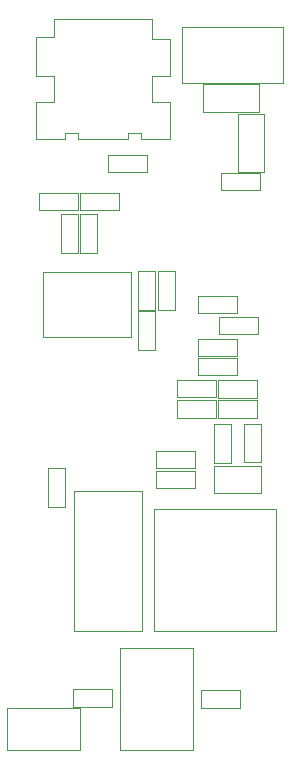
<source format=gbr>
G04 #@! TF.GenerationSoftware,KiCad,Pcbnew,(5.1.4)-1*
G04 #@! TF.CreationDate,2020-03-25T13:11:37-05:00*
G04 #@! TF.ProjectId,ExOneMicrorocessor,45784f6e-654d-4696-9372-6f726f636573,rev?*
G04 #@! TF.SameCoordinates,Original*
G04 #@! TF.FileFunction,Other,User*
%FSLAX46Y46*%
G04 Gerber Fmt 4.6, Leading zero omitted, Abs format (unit mm)*
G04 Created by KiCad (PCBNEW (5.1.4)-1) date 2020-03-25 13:11:37*
%MOMM*%
%LPD*%
G04 APERTURE LIST*
%ADD10C,0.050000*%
%ADD11C,0.100000*%
G04 APERTURE END LIST*
D10*
X148535800Y-126742600D02*
X148535800Y-123142600D01*
X142385800Y-126742600D02*
X148535800Y-126742600D01*
X142385800Y-123142600D02*
X142385800Y-126742600D01*
X148535800Y-123142600D02*
X142385800Y-123142600D01*
D11*
X153776800Y-116612200D02*
X148076800Y-116612200D01*
X153776800Y-104812200D02*
X153776800Y-116612200D01*
X148076800Y-104812200D02*
X153776800Y-104812200D01*
X148076800Y-116612200D02*
X148076800Y-104812200D01*
D10*
X156205200Y-71894900D02*
X154605200Y-71894900D01*
X156205200Y-74994900D02*
X156205200Y-71894900D01*
X153705200Y-74994900D02*
X156205200Y-74994900D01*
X153705200Y-74494900D02*
X153705200Y-74994900D01*
X152595200Y-74494900D02*
X153705200Y-74494900D01*
X152595200Y-74994900D02*
X152595200Y-74494900D01*
X148395200Y-74994900D02*
X152595200Y-74994900D01*
X148395200Y-74494900D02*
X148395200Y-74994900D01*
X147285200Y-74494900D02*
X148395200Y-74494900D01*
X147285200Y-74994900D02*
X147285200Y-74494900D01*
X144785200Y-74994900D02*
X147285200Y-74994900D01*
X144785200Y-71894900D02*
X144785200Y-74994900D01*
X146385200Y-71894900D02*
X144785200Y-71894900D01*
X146385200Y-69644900D02*
X146385200Y-71894900D01*
X144785200Y-69644900D02*
X146385200Y-69644900D01*
X144785200Y-66394900D02*
X144785200Y-69644900D01*
X146385200Y-66394900D02*
X144785200Y-66394900D01*
X146385200Y-64794900D02*
X146385200Y-66394900D01*
X154605200Y-64794900D02*
X146385200Y-64794900D01*
X154605200Y-66514900D02*
X154605200Y-64794900D01*
X156205200Y-66514900D02*
X154605200Y-66514900D01*
X156205200Y-69644900D02*
X156205200Y-66514900D01*
X154605200Y-69644900D02*
X156205200Y-69644900D01*
X154605200Y-71894900D02*
X154605200Y-69644900D01*
X154788960Y-116620200D02*
X165118960Y-116620200D01*
X154788960Y-106290200D02*
X165118960Y-106290200D01*
X165118960Y-106290200D02*
X165118960Y-116620200D01*
X154788960Y-106290200D02*
X154788960Y-116620200D01*
X163889440Y-102685200D02*
X163889440Y-104985200D01*
X159889440Y-102685200D02*
X159889440Y-104985200D01*
X159889440Y-104985200D02*
X163889440Y-104985200D01*
X159889440Y-102685200D02*
X163889440Y-102685200D01*
X163586400Y-91496900D02*
X160286400Y-91496900D01*
X163586400Y-90036900D02*
X163586400Y-91496900D01*
X160286400Y-90036900D02*
X163586400Y-90036900D01*
X160286400Y-91496900D02*
X160286400Y-90036900D01*
X158305800Y-102863400D02*
X155005800Y-102863400D01*
X158305800Y-101403400D02*
X158305800Y-102863400D01*
X155005800Y-101403400D02*
X158305800Y-101403400D01*
X155005800Y-102863400D02*
X155005800Y-101403400D01*
X147262600Y-102845600D02*
X147262600Y-106145600D01*
X145802600Y-102845600D02*
X147262600Y-102845600D01*
X145802600Y-106145600D02*
X145802600Y-102845600D01*
X147262600Y-106145600D02*
X145802600Y-106145600D01*
X151264920Y-123056400D02*
X147964920Y-123056400D01*
X151264920Y-121596400D02*
X151264920Y-123056400D01*
X147964920Y-121596400D02*
X151264920Y-121596400D01*
X147964920Y-123056400D02*
X147964920Y-121596400D01*
X162087800Y-123142760D02*
X158787800Y-123142760D01*
X162087800Y-121682760D02*
X162087800Y-123142760D01*
X158787800Y-121682760D02*
X162087800Y-121682760D01*
X158787800Y-123142760D02*
X158787800Y-121682760D01*
X149967700Y-81344500D02*
X149967700Y-84644500D01*
X148507700Y-81344500D02*
X149967700Y-81344500D01*
X148507700Y-84644500D02*
X148507700Y-81344500D01*
X149967700Y-84644500D02*
X148507700Y-84644500D01*
X148405600Y-81343200D02*
X148405600Y-84643200D01*
X146945600Y-81343200D02*
X148405600Y-81343200D01*
X146945600Y-84643200D02*
X146945600Y-81343200D01*
X148405600Y-84643200D02*
X146945600Y-84643200D01*
X151974300Y-126755300D02*
X158124300Y-126755300D01*
X151974300Y-118105300D02*
X151974300Y-126755300D01*
X158124300Y-118105300D02*
X151974300Y-118105300D01*
X158124300Y-126755300D02*
X158124300Y-118105300D01*
X165699700Y-65489400D02*
X157199700Y-65489400D01*
X165699700Y-70289400D02*
X165699700Y-65489400D01*
X157199700Y-70289400D02*
X165699700Y-70289400D01*
X157199700Y-65489400D02*
X157199700Y-70289400D01*
X145449200Y-91728200D02*
X145449200Y-86224200D01*
X152899200Y-91728200D02*
X145449200Y-91728200D01*
X152899200Y-86224200D02*
X152899200Y-91728200D01*
X145449200Y-86224200D02*
X152899200Y-86224200D01*
X164124500Y-72846700D02*
X164124500Y-77746700D01*
X161884500Y-72846700D02*
X164124500Y-72846700D01*
X161884500Y-77746700D02*
X161884500Y-72846700D01*
X164124500Y-77746700D02*
X161884500Y-77746700D01*
X163704500Y-72676400D02*
X163704500Y-70376400D01*
X159004500Y-70376400D02*
X163704500Y-70376400D01*
X159004500Y-72676400D02*
X159004500Y-70376400D01*
X163704500Y-72676400D02*
X159004500Y-72676400D01*
X161873200Y-94976700D02*
X158573200Y-94976700D01*
X161873200Y-93516700D02*
X161873200Y-94976700D01*
X158573200Y-93516700D02*
X161873200Y-93516700D01*
X158573200Y-94976700D02*
X158573200Y-93516700D01*
X161861800Y-93363800D02*
X158561800Y-93363800D01*
X161861800Y-91903800D02*
X161861800Y-93363800D01*
X158561800Y-91903800D02*
X161861800Y-91903800D01*
X158561800Y-93363800D02*
X158561800Y-91903800D01*
X161835100Y-89718900D02*
X158535100Y-89718900D01*
X161835100Y-88258900D02*
X161835100Y-89718900D01*
X158535100Y-88258900D02*
X161835100Y-88258900D01*
X158535100Y-89718900D02*
X158535100Y-88258900D01*
X163792200Y-79330300D02*
X160492200Y-79330300D01*
X163792200Y-77870300D02*
X163792200Y-79330300D01*
X160492200Y-77870300D02*
X163792200Y-77870300D01*
X160492200Y-79330300D02*
X160492200Y-77870300D01*
X158305800Y-104539800D02*
X155005800Y-104539800D01*
X158305800Y-103079800D02*
X158305800Y-104539800D01*
X155005800Y-103079800D02*
X158305800Y-103079800D01*
X155005800Y-104539800D02*
X155005800Y-103079800D01*
X155162500Y-89445100D02*
X155162500Y-86145100D01*
X156622500Y-89445100D02*
X155162500Y-89445100D01*
X156622500Y-86145100D02*
X156622500Y-89445100D01*
X155162500Y-86145100D02*
X156622500Y-86145100D01*
X154933400Y-86143800D02*
X154933400Y-89443800D01*
X153473400Y-86143800D02*
X154933400Y-86143800D01*
X153473400Y-89443800D02*
X153473400Y-86143800D01*
X154933400Y-89443800D02*
X153473400Y-89443800D01*
X153473400Y-92885500D02*
X153473400Y-89585500D01*
X154933400Y-92885500D02*
X153473400Y-92885500D01*
X154933400Y-89585500D02*
X154933400Y-92885500D01*
X153473400Y-89585500D02*
X154933400Y-89585500D01*
X151813500Y-81044800D02*
X148513500Y-81044800D01*
X151813500Y-79584800D02*
X151813500Y-81044800D01*
X148513500Y-79584800D02*
X151813500Y-79584800D01*
X148513500Y-81044800D02*
X148513500Y-79584800D01*
X145109900Y-79584800D02*
X148409900Y-79584800D01*
X145109900Y-81044800D02*
X145109900Y-79584800D01*
X148409900Y-81044800D02*
X145109900Y-81044800D01*
X148409900Y-79584800D02*
X148409900Y-81044800D01*
X154203700Y-77780900D02*
X150903700Y-77780900D01*
X154203700Y-76320900D02*
X154203700Y-77780900D01*
X150903700Y-76320900D02*
X154203700Y-76320900D01*
X150903700Y-77780900D02*
X150903700Y-76320900D01*
X159909760Y-102385160D02*
X159909760Y-99085160D01*
X161369760Y-102385160D02*
X159909760Y-102385160D01*
X161369760Y-99085160D02*
X161369760Y-102385160D01*
X159909760Y-99085160D02*
X161369760Y-99085160D01*
X162409120Y-102380080D02*
X162409120Y-99080080D01*
X163869120Y-102380080D02*
X162409120Y-102380080D01*
X163869120Y-99080080D02*
X163869120Y-102380080D01*
X162409120Y-99080080D02*
X163869120Y-99080080D01*
X160073640Y-96874080D02*
X156773640Y-96874080D01*
X160073640Y-95414080D02*
X160073640Y-96874080D01*
X156773640Y-95414080D02*
X160073640Y-95414080D01*
X156773640Y-96874080D02*
X156773640Y-95414080D01*
X160068560Y-98586040D02*
X156768560Y-98586040D01*
X160068560Y-97126040D02*
X160068560Y-98586040D01*
X156768560Y-97126040D02*
X160068560Y-97126040D01*
X156768560Y-98586040D02*
X156768560Y-97126040D01*
X160248360Y-95424240D02*
X163548360Y-95424240D01*
X160248360Y-96884240D02*
X160248360Y-95424240D01*
X163548360Y-96884240D02*
X160248360Y-96884240D01*
X163548360Y-95424240D02*
X163548360Y-96884240D01*
X160250840Y-97120960D02*
X163550840Y-97120960D01*
X160250840Y-98580960D02*
X160250840Y-97120960D01*
X163550840Y-98580960D02*
X160250840Y-98580960D01*
X163550840Y-97120960D02*
X163550840Y-98580960D01*
M02*

</source>
